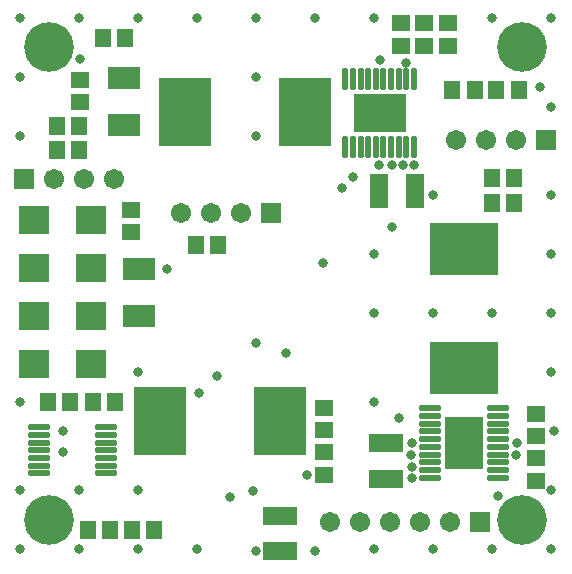
<source format=gts>
%FSTAX23Y23*%
%MOIN*%
%SFA1B1*%

%IPPOS*%
%ADD40R,0.118236X0.061149*%
%ADD41R,0.061149X0.055244*%
%ADD42R,0.055244X0.061149*%
%ADD43R,0.226503X0.175322*%
%ADD44R,0.175322X0.226503*%
%ADD45R,0.106425X0.074929*%
%ADD46R,0.104456X0.096582*%
%ADD47R,0.061149X0.118236*%
%ADD48O,0.074929X0.021779*%
%ADD49R,0.126110X0.173354*%
%ADD50R,0.173354X0.126110*%
%ADD51O,0.021779X0.074929*%
%ADD52C,0.165480*%
%ADD53C,0.067055*%
%ADD54R,0.067055X0.067055*%
%ADD55C,0.031622*%
%LNv2-1*%
%LPD*%
G54D40*
X03318Y03334D03*
Y03451D03*
X02966Y03092D03*
Y03209D03*
G54D41*
X03113Y0357D03*
Y03495D03*
X03369Y04777D03*
Y04852D03*
X03525D03*
Y04777D03*
X03447D03*
Y04852D03*
X03113Y03422D03*
Y03347D03*
X03819Y03327D03*
Y03402D03*
Y03475D03*
Y0355D03*
X02298Y04589D03*
Y04664D03*
X02468Y0423D03*
Y04155D03*
G54D42*
X03747Y04253D03*
X03672D03*
X03747Y04336D03*
X03672D03*
X02449Y04804D03*
X02374D03*
X02416Y03589D03*
X02341D03*
X02267D03*
X02192D03*
X02221Y0451D03*
X02296D03*
X02221Y04429D03*
X02296D03*
X02399Y03163D03*
X02324D03*
X03614Y04628D03*
X03539D03*
X02471Y03163D03*
X02546D03*
X0276Y04111D03*
X02685D03*
X03686Y04628D03*
X03761D03*
G54D43*
X0358Y041D03*
Y03701D03*
G54D44*
X02649Y04555D03*
X03048D03*
X02565Y03525D03*
X02964D03*
G54D45*
X02447Y04669D03*
Y04512D03*
X02497Y03876D03*
Y04033D03*
G54D46*
X02145Y04195D03*
X02336D03*
X02145Y04035D03*
X02336D03*
X02145Y03875D03*
X02336D03*
X02144Y03716D03*
X02335D03*
G54D47*
X03414Y04293D03*
X03297D03*
G54D48*
X02162Y03505D03*
Y0348D03*
Y03454D03*
Y03429D03*
Y03403D03*
Y03377D03*
Y03352D03*
X02387Y03505D03*
Y0348D03*
Y03454D03*
Y03429D03*
Y03403D03*
Y03377D03*
Y03352D03*
X03691Y03337D03*
Y03363D03*
Y03389D03*
Y03414D03*
Y0344D03*
Y03465D03*
Y03491D03*
Y03516D03*
Y03542D03*
Y03568D03*
X03466Y03337D03*
Y03363D03*
Y03389D03*
Y03414D03*
Y0344D03*
Y03465D03*
Y03491D03*
Y03516D03*
Y03542D03*
Y03568D03*
G54D49*
X03579Y03453D03*
G54D50*
X03298Y04553D03*
G54D51*
X03413Y04665D03*
X03387D03*
X03361D03*
X03336D03*
X0331D03*
X03285D03*
X03259D03*
X03234D03*
X03208D03*
X03182D03*
X03413Y0444D03*
X03387D03*
X03361D03*
X03336D03*
X0331D03*
X03285D03*
X03259D03*
X03234D03*
X03208D03*
X03182D03*
G54D52*
X02196Y03196D03*
X03771D03*
Y04771D03*
X02196D03*
G54D53*
X03131Y03189D03*
X03231D03*
X03331D03*
X03431D03*
X03531D03*
X02211Y04334D03*
X02311D03*
X02411D03*
X03752Y04461D03*
X03652D03*
X03552D03*
X02834Y0422D03*
X02734D03*
X02634D03*
G54D54*
X03631Y03189D03*
X02111Y04334D03*
X03852Y04461D03*
X02934Y0422D03*
G54D55*
X03757Y03454D03*
X03404Y03453D03*
X03298Y0473D03*
X03297Y04379D03*
X03403Y03413D03*
X03362Y03537D03*
X03404Y03374D03*
X03691Y03277D03*
X03752Y03414D03*
X03338Y0438D03*
X03208Y04338D03*
X03406Y03336D03*
X03374Y04379D03*
X03413Y0438D03*
X03387Y04718D03*
X02298Y04734D03*
X0259Y04032D03*
X02241Y03492D03*
X02241Y03423D03*
X028Y03273D03*
X03109Y04052D03*
X0334Y04173D03*
X02697Y0362D03*
X02877Y03292D03*
X03057Y03346D03*
X02984Y03754D03*
X03172Y04302D03*
X02756Y03677D03*
X03831Y0464D03*
X02098Y03098D03*
X02295D03*
X02492D03*
X02688D03*
X02885Y03092D03*
X03082D03*
X03279Y03098D03*
X03476D03*
X03673D03*
X0387D03*
Y03295D03*
Y03688D03*
Y03885D03*
Y04082D03*
Y04279D03*
Y04574D03*
Y0487D03*
X03673D03*
X03279D03*
X03082D03*
X02885D03*
X02688D03*
X02492D03*
X02295D03*
X02098D03*
Y04673D03*
Y04476D03*
Y0359D03*
Y03295D03*
X02295D03*
X02492D03*
X03279Y0359D03*
X03673Y03885D03*
X03476D03*
X03279D03*
Y04082D03*
X03476Y04279D03*
X02885Y03787D03*
X02492Y03688D03*
X02885Y04673D03*
Y04476D03*
X03879Y03492D03*
M02*
</source>
